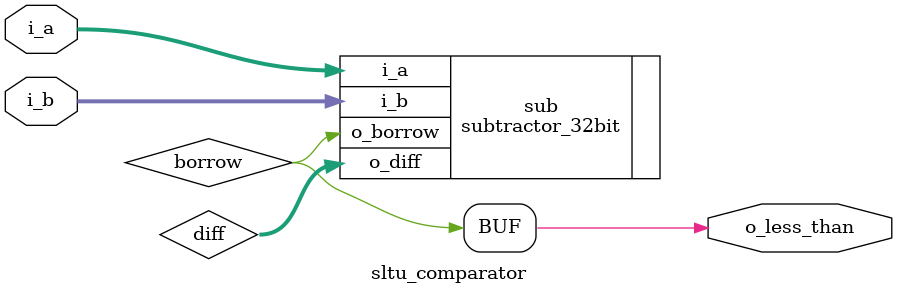
<source format=sv>
module sltu_comparator (
    input  logic [31:0] i_a,
    input  logic [31:0] i_b,
    output logic        o_less_than
);
    logic [31:0] diff;
    logic borrow;
    
    subtractor_32bit sub (
        .i_a(i_a),
        .i_b(i_b),
        .o_diff(diff),
        .o_borrow(borrow)
    );
    
    assign o_less_than = borrow;
    
endmodule
</source>
